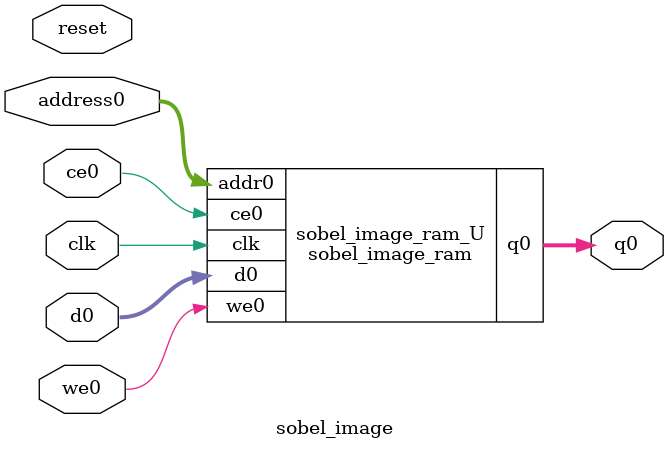
<source format=v>

`timescale 1 ns / 1 ps
module sobel_image_ram (addr0, ce0, d0, we0, q0,  clk);

parameter DWIDTH = 32;
parameter AWIDTH = 16;
parameter MEM_SIZE = 65536;

input[AWIDTH-1:0] addr0;
input ce0;
input[DWIDTH-1:0] d0;
input we0;
output reg[DWIDTH-1:0] q0;
input clk;

(* ram_style = "block" *)reg [DWIDTH-1:0] ram[0:MEM_SIZE-1];




always @(posedge clk)  
begin 
    if (ce0) 
    begin
        if (we0) 
        begin 
            ram[addr0] <= d0; 
            q0 <= d0;
        end 
        else 
            q0 <= ram[addr0];
    end
end


endmodule


`timescale 1 ns / 1 ps
module sobel_image(
    reset,
    clk,
    address0,
    ce0,
    we0,
    d0,
    q0);

parameter DataWidth = 32'd32;
parameter AddressRange = 32'd65536;
parameter AddressWidth = 32'd16;
input reset;
input clk;
input[AddressWidth - 1:0] address0;
input ce0;
input we0;
input[DataWidth - 1:0] d0;
output[DataWidth - 1:0] q0;



sobel_image_ram sobel_image_ram_U(
    .clk( clk ),
    .addr0( address0 ),
    .ce0( ce0 ),
    .d0( d0 ),
    .we0( we0 ),
    .q0( q0 ));

endmodule


</source>
